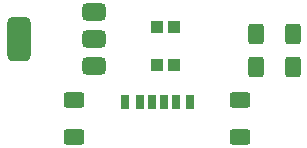
<source format=gtp>
%TF.GenerationSoftware,KiCad,Pcbnew,8.0.4*%
%TF.CreationDate,2024-08-01T01:15:24-04:00*%
%TF.ProjectId,555_toggle-switch_v2,3535355f-746f-4676-976c-652d73776974,rev?*%
%TF.SameCoordinates,Original*%
%TF.FileFunction,Paste,Top*%
%TF.FilePolarity,Positive*%
%FSLAX46Y46*%
G04 Gerber Fmt 4.6, Leading zero omitted, Abs format (unit mm)*
G04 Created by KiCad (PCBNEW 8.0.4) date 2024-08-01 01:15:24*
%MOMM*%
%LPD*%
G01*
G04 APERTURE LIST*
G04 Aperture macros list*
%AMRoundRect*
0 Rectangle with rounded corners*
0 $1 Rounding radius*
0 $2 $3 $4 $5 $6 $7 $8 $9 X,Y pos of 4 corners*
0 Add a 4 corners polygon primitive as box body*
4,1,4,$2,$3,$4,$5,$6,$7,$8,$9,$2,$3,0*
0 Add four circle primitives for the rounded corners*
1,1,$1+$1,$2,$3*
1,1,$1+$1,$4,$5*
1,1,$1+$1,$6,$7*
1,1,$1+$1,$8,$9*
0 Add four rect primitives between the rounded corners*
20,1,$1+$1,$2,$3,$4,$5,0*
20,1,$1+$1,$4,$5,$6,$7,0*
20,1,$1+$1,$6,$7,$8,$9,0*
20,1,$1+$1,$8,$9,$2,$3,0*%
G04 Aperture macros list end*
%ADD10RoundRect,0.375000X0.625000X0.375000X-0.625000X0.375000X-0.625000X-0.375000X0.625000X-0.375000X0*%
%ADD11RoundRect,0.500000X0.500000X1.400000X-0.500000X1.400000X-0.500000X-1.400000X0.500000X-1.400000X0*%
%ADD12RoundRect,0.250000X-0.400000X-0.625000X0.400000X-0.625000X0.400000X0.625000X-0.400000X0.625000X0*%
%ADD13R,0.700000X1.200000*%
%ADD14R,0.760000X1.200000*%
%ADD15R,0.800000X1.200000*%
%ADD16R,1.041400X1.117600*%
%ADD17RoundRect,0.250000X-0.625000X0.400000X-0.625000X-0.400000X0.625000X-0.400000X0.625000X0.400000X0*%
G04 APERTURE END LIST*
D10*
%TO.C,U2*%
X119150000Y-117300000D03*
X119150000Y-115000000D03*
D11*
X112850000Y-115000000D03*
D10*
X119150000Y-112700000D03*
%TD*%
D12*
%TO.C,R5*%
X136000000Y-117400000D03*
X132900000Y-117400000D03*
%TD*%
D13*
%TO.C,USB*%
X124105000Y-120320000D03*
D14*
X126125000Y-120320000D03*
D15*
X127355000Y-120320000D03*
D13*
X125105000Y-120320000D03*
D14*
X123085000Y-120320000D03*
D15*
X121855000Y-120320000D03*
%TD*%
D16*
%TO.C,LED1*%
X126000000Y-117200400D03*
X124499998Y-117200400D03*
X124499998Y-114000000D03*
X126000000Y-114000000D03*
%TD*%
D17*
%TO.C,R8*%
X117525000Y-120170000D03*
X117525000Y-123270000D03*
%TD*%
D12*
%TO.C,R6*%
X136000000Y-114600000D03*
X132900000Y-114600000D03*
%TD*%
D17*
%TO.C,R9*%
X131525000Y-120170000D03*
X131525000Y-123270000D03*
%TD*%
M02*

</source>
